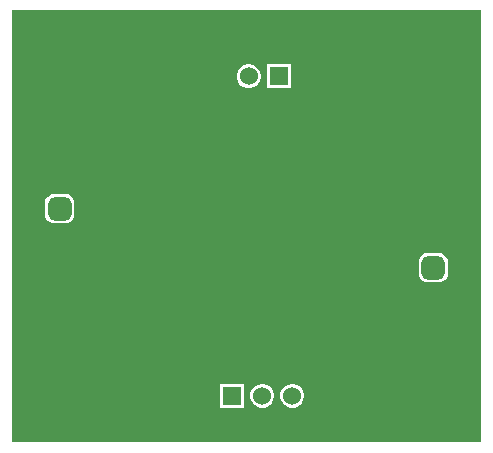
<source format=gbl>
G04*
G04 #@! TF.GenerationSoftware,Altium Limited,Altium Designer,24.10.1 (45)*
G04*
G04 Layer_Physical_Order=2*
G04 Layer_Color=16711680*
%FSLAX44Y44*%
%MOMM*%
G71*
G04*
G04 #@! TF.SameCoordinates,5BAE0674-82A5-4AB9-AFD0-8D55292733AA*
G04*
G04*
G04 #@! TF.FilePolarity,Positive*
G04*
G01*
G75*
%ADD21R,1.5240X1.5240*%
%ADD22C,1.5240*%
G04:AMPARAMS|DCode=24|XSize=1.95mm|YSize=1.95mm|CornerRadius=0.4875mm|HoleSize=0mm|Usage=FLASHONLY|Rotation=270.000|XOffset=0mm|YOffset=0mm|HoleType=Round|Shape=RoundedRectangle|*
%AMROUNDEDRECTD24*
21,1,1.9500,0.9750,0,0,270.0*
21,1,0.9750,1.9500,0,0,270.0*
1,1,0.9750,-0.4875,-0.4875*
1,1,0.9750,-0.4875,0.4875*
1,1,0.9750,0.4875,0.4875*
1,1,0.9750,0.4875,-0.4875*
%
%ADD24ROUNDEDRECTD24*%
%ADD25C,1.9500*%
%ADD26C,1.0160*%
G36*
X397510Y0D02*
X0D01*
Y365760D01*
X397510D01*
Y0D01*
D02*
G37*
%LPC*%
G36*
X236220Y320040D02*
X215900D01*
Y299720D01*
X236220D01*
Y320040D01*
D02*
G37*
G36*
X201998D02*
X199322D01*
X196738Y319348D01*
X194422Y318010D01*
X192530Y316118D01*
X191192Y313802D01*
X190500Y311218D01*
Y308542D01*
X191192Y305958D01*
X192530Y303642D01*
X194422Y301750D01*
X196738Y300412D01*
X199322Y299720D01*
X201998D01*
X204582Y300412D01*
X206898Y301750D01*
X208790Y303642D01*
X210128Y305958D01*
X210820Y308542D01*
Y311218D01*
X210128Y313802D01*
X208790Y316118D01*
X206898Y318010D01*
X204582Y319348D01*
X201998Y320040D01*
D02*
G37*
G36*
X45475Y210074D02*
X35725D01*
X33789Y209819D01*
X31985Y209072D01*
X30437Y207883D01*
X29248Y206334D01*
X28501Y204531D01*
X28246Y202595D01*
Y192845D01*
X28501Y190909D01*
X29248Y189105D01*
X30437Y187557D01*
X31985Y186368D01*
X33789Y185621D01*
X35725Y185366D01*
X45475D01*
X47411Y185621D01*
X49215Y186368D01*
X50763Y187557D01*
X51952Y189105D01*
X52699Y190909D01*
X52954Y192845D01*
Y202595D01*
X52699Y204531D01*
X51952Y206334D01*
X50763Y207883D01*
X49215Y209072D01*
X47411Y209819D01*
X45475Y210074D01*
D02*
G37*
G36*
X361785Y160074D02*
X352035D01*
X350099Y159819D01*
X348296Y159072D01*
X346747Y157883D01*
X345558Y156334D01*
X344811Y154531D01*
X344556Y152595D01*
Y142845D01*
X344811Y140909D01*
X345558Y139106D01*
X346747Y137557D01*
X348296Y136368D01*
X350099Y135621D01*
X352035Y135366D01*
X361785D01*
X363721Y135621D01*
X365524Y136368D01*
X367073Y137557D01*
X368262Y139106D01*
X369009Y140909D01*
X369264Y142845D01*
Y152595D01*
X369009Y154531D01*
X368262Y156334D01*
X367073Y157883D01*
X365524Y159072D01*
X363721Y159819D01*
X361785Y160074D01*
D02*
G37*
G36*
X238828Y49530D02*
X236152D01*
X233568Y48838D01*
X231252Y47500D01*
X229360Y45608D01*
X228022Y43292D01*
X227330Y40708D01*
Y38032D01*
X228022Y35448D01*
X229360Y33132D01*
X231252Y31240D01*
X233568Y29902D01*
X236152Y29210D01*
X238828D01*
X241412Y29902D01*
X243728Y31240D01*
X245620Y33132D01*
X246958Y35448D01*
X247650Y38032D01*
Y40708D01*
X246958Y43292D01*
X245620Y45608D01*
X243728Y47500D01*
X241412Y48838D01*
X238828Y49530D01*
D02*
G37*
G36*
X213428D02*
X210752D01*
X208168Y48838D01*
X205852Y47500D01*
X203960Y45608D01*
X202622Y43292D01*
X201930Y40708D01*
Y38032D01*
X202622Y35448D01*
X203960Y33132D01*
X205852Y31240D01*
X208168Y29902D01*
X210752Y29210D01*
X213428D01*
X216012Y29902D01*
X218328Y31240D01*
X220220Y33132D01*
X221558Y35448D01*
X222250Y38032D01*
Y40708D01*
X221558Y43292D01*
X220220Y45608D01*
X218328Y47500D01*
X216012Y48838D01*
X213428Y49530D01*
D02*
G37*
G36*
X196850D02*
X176530D01*
Y29210D01*
X196850D01*
Y49530D01*
D02*
G37*
%LPD*%
D21*
X226060Y309880D02*
D03*
X186690Y39370D02*
D03*
D22*
X200660Y309880D02*
D03*
X175260D02*
D03*
X212090Y39370D02*
D03*
X237490D02*
D03*
D24*
X40600Y197720D02*
D03*
X356910Y147720D02*
D03*
D25*
X40600D02*
D03*
X356910Y197720D02*
D03*
D26*
X195187Y129540D02*
D03*
M02*

</source>
